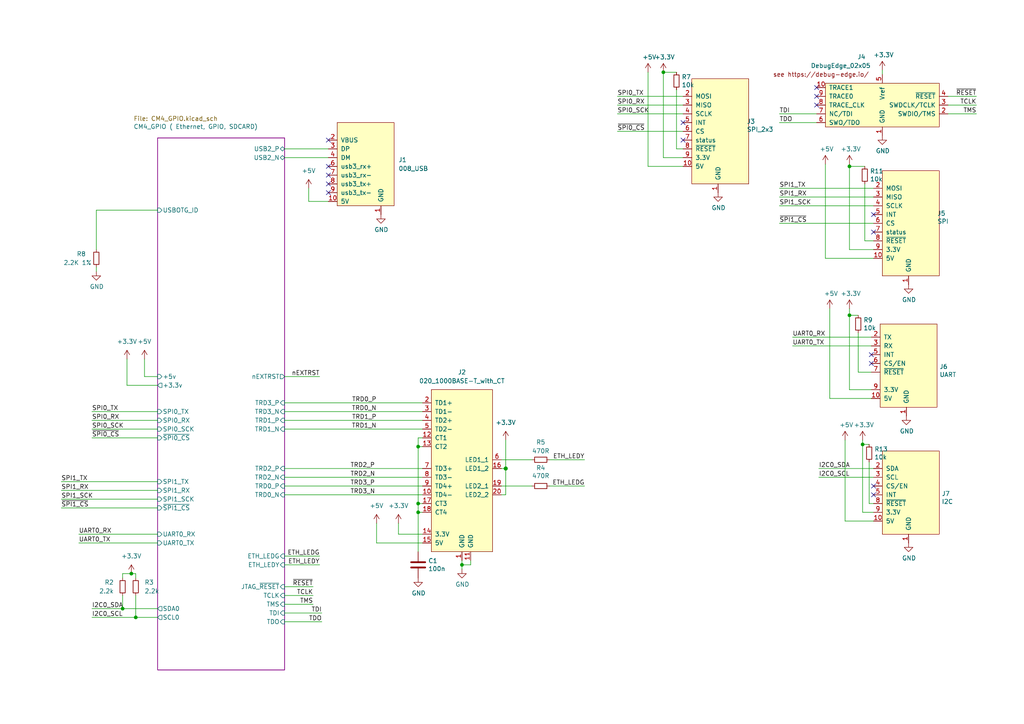
<source format=kicad_sch>
(kicad_sch (version 20230121) (generator eeschema)
  (paper "A4")
  (title_block (title "Compute Module 4 IO Board - Top Level") (rev "1") (company "© 2020-2022 Raspberry Pi Ltd (formerly Raspberry Pi (Trading) Ltd.)") (comment 1 "www.raspberrypi.com"))
  (lib_symbols
    (symbol "Device:C" (pin_numbers hide) (pin_names (offset 0.254))
      (property "Reference" "C" (at 0.635 2.54 0))
      (property "Value" "C" (at 0.635 -2.54 0))
      (symbol "C_0_1"
        (polyline (pts (xy -2.032 -0.762) (xy 2.032 -0.762)) (stroke (width 0.508)))
        (polyline (pts (xy -2.032 0.762) (xy 2.032 0.762)) (stroke (width 0.508)))
      )
      (symbol "C_1_1"
        (pin passive line (at 0 3.81 270) (length 2.794) (name "~") (number "1"))
        (pin passive line (at 0 -3.81 90) (length 2.794) (name "~") (number "2"))
      )
    )
    (symbol "Device:R_Small" (pin_numbers hide) (pin_names (offset 0.254) hide)
      (property "Reference" "R" (at 0.762 0.508 0))
      (property "Value" "R_Small" (at 0.762 -1.016 0))
      (symbol "R_Small_0_1"
        (rectangle (start -0.762 1.778) (end 0.762 -1.778) (stroke (width 0.2032)))
      )
      (symbol "R_Small_1_1"
        (pin passive line (at 0 2.54 270) (length 0.762) (name "~") (number "1"))
        (pin passive line (at 0 -2.54 90) (length 0.762) (name "~") (number "2"))
      )
    )
    (symbol "power:+3.3V" (power) (pin_names (offset 0))
      (property "Value" "+3.3V" (at 0 3.556 0))
      (symbol "+3.3V_0_1"
        (polyline (pts (xy -0.762 1.27) (xy 0 2.54)))
        (polyline (pts (xy 0 0) (xy 0 2.54)))
        (polyline (pts (xy 0 2.54) (xy 0.762 1.27)))
      )
      (symbol "+3.3V_1_1"
        (pin power_in line (at 0 0 90) (length 0) hide (name "+3.3V") (number "1"))
      )
    )
    (symbol "power:+5V" (power) (pin_names (offset 0))
      (property "Value" "+5V" (at 0 3.556 0))
      (symbol "+5V_0_1"
        (polyline (pts (xy -0.762 1.27) (xy 0 2.54)))
        (polyline (pts (xy 0 0) (xy 0 2.54)))
        (polyline (pts (xy 0 2.54) (xy 0.762 1.27)))
      )
      (symbol "+5V_1_1"
        (pin power_in line (at 0 0 90) (length 0) hide (name "+5V") (number "1"))
      )
    )
    (symbol "power:GND" (power) (pin_names (offset 0))
      (property "Value" "GND" (at 0 -3.81 0))
      (symbol "GND_0_1"
        (polyline (pts (xy 0 0) (xy 0 -1.27) (xy 1.27 -1.27) (xy 0 -2.54) (xy -1.27 -1.27) (xy 0 -1.27)))
      )
      (symbol "GND_1_1"
        (pin power_in line (at 0 0 270) (length 0) hide (name "GND") (number "1"))
      )
    )
    (symbol "put_on_edge:001_I2C" (pin_names (offset 1.016))
      (property "Reference" "J" (at -2.54 13.97 0))
      (property "Value" "001_I2C" (at 8.89 13.97 0))
      (symbol "001_I2C_0_1"
        (rectangle (start -8.89 12.7) (end 7.62 -11.43) (fill (type background)))
      )
      (symbol "001_I2C_1_1"
        (pin power_in line (at -1.27 -13.97 90) (length 2.54) (name "GND") (number "1"))
        (pin power_in line (at -11.43 -7.62 0) (length 2.54) (name "5V") (number "10"))
        (pin bidirectional line (at -11.43 7.62 0) (length 2.54) (name "SDA") (number "2"))
        (pin bidirectional line (at -11.43 5.08 0) (length 2.54) (name "SCL") (number "3"))
        (pin bidirectional line (at -11.43 2.54 0) (length 2.54) (name "CS/EN") (number "4"))
        (pin bidirectional line (at -11.43 0 0) (length 2.54) (name "INT") (number "5"))
        (pin bidirectional line (at -11.43 -2.54 0) (length 2.54) (name "~{RESET}") (number "8"))
        (pin power_in line (at -11.43 -5.08 0) (length 2.54) (name "3.3V") (number "9"))
      )
    )
    (symbol "put_on_edge:002_SPI" (pin_names (offset 1.016))
      (property "Reference" "J" (at -1.27 13.97 0))
      (property "Value" "002_SPI" (at 10.16 13.97 0))
      (symbol "002_SPI_0_1"
        (rectangle (start -7.62 12.7) (end 8.89 -17.78) (fill (type background)))
      )
      (symbol "002_SPI_1_1"
        (pin power_in line (at 0 -20.32 90) (length 2.54) (name "GND") (number "1"))
        (pin power_in line (at -10.16 -12.7 0) (length 2.54) (name "5V") (number "10"))
        (pin bidirectional line (at -10.16 7.62 0) (length 2.54) (name "MOSI") (number "2"))
        (pin bidirectional line (at -10.16 5.08 0) (length 2.54) (name "MISO") (number "3"))
        (pin bidirectional line (at -10.16 2.54 0) (length 2.54) (name "SCLK") (number "4"))
        (pin bidirectional line (at -10.16 0 0) (length 2.54) (name "INT") (number "5"))
        (pin bidirectional line (at -10.16 -2.54 0) (length 2.54) (name "CS") (number "6"))
        (pin bidirectional line (at -10.16 -5.08 0) (length 2.54) (name "status") (number "7"))
        (pin bidirectional line (at -10.16 -7.62 0) (length 2.54) (name "~{RESET}") (number "8"))
        (pin power_in line (at -10.16 -10.16 0) (length 2.54) (name "3.3V") (number "9"))
      )
    )
    (symbol "put_on_edge:008_USB" (pin_names (offset 1.016))
      (property "Reference" "J" (at -2.54 13.97 0))
      (property "Value" "008_USB" (at 8.89 13.97 0))
      (symbol "008_USB_0_1"
        (rectangle (start -8.89 12.7) (end 7.62 -11.43) (fill (type background)))
      )
      (symbol "008_USB_1_1"
        (pin power_in line (at 3.81 -13.97 90) (length 2.54) (name "GND") (number "1"))
        (pin power_in line (at -11.43 -10.16 0) (length 2.54) (name "5V") (number "10"))
        (pin power_in line (at -11.43 7.62 0) (length 2.54) (name "VBUS") (number "2"))
        (pin bidirectional line (at -11.43 5.08 0) (length 2.54) (name "DP") (number "3"))
        (pin bidirectional line (at -11.43 2.54 0) (length 2.54) (name "DM") (number "4"))
        (pin input line (at -11.43 0 0) (length 2.54) (name "usb3_rx+") (number "6"))
        (pin input line (at -11.43 -2.54 0) (length 2.54) (name "usb3_rx-") (number "7"))
        (pin input line (at -11.43 -5.08 0) (length 2.54) (name "usb3_tx+") (number "8"))
        (pin input line (at -11.43 -7.62 0) (length 2.54) (name "usb3_tx-") (number "9"))
      )
    )
    (symbol "put_on_edge:010_UART" (pin_names (offset 1.016))
      (property "Reference" "J" (at -2.54 13.97 0))
      (property "Value" "010_UART" (at 8.89 13.97 0))
      (symbol "010_UART_0_1"
        (rectangle (start -8.89 12.7) (end 7.62 -11.43) (fill (type background)))
      )
      (symbol "010_UART_1_1"
        (pin power_in line (at -1.27 -13.97 90) (length 2.54) (name "GND") (number "1"))
        (pin power_in line (at -11.43 -8.89 0) (length 2.54) (name "5V") (number "10"))
        (pin bidirectional line (at -11.43 8.89 0) (length 2.54) (name "TX") (number "2"))
        (pin bidirectional line (at -11.43 6.35 0) (length 2.54) (name "RX") (number "3"))
        (pin bidirectional line (at -11.43 3.81 0) (length 2.54) (name "INT") (number "5"))
        (pin bidirectional line (at -11.43 1.27 0) (length 2.54) (name "CS/EN") (number "6"))
        (pin bidirectional line (at -11.43 -1.27 0) (length 2.54) (name "~{RESET}") (number "7"))
        (pin power_in line (at -11.43 -6.35 0) (length 2.54) (name "3.3V") (number "9"))
      )
    )
    (symbol "put_on_edge:020_1000BASE-T_with_CT" (pin_names (offset 1.016))
      (property "Reference" "J" (at -2.54 13.97 0))
      (property "Value" "020_1000BASE-T_with_CT" (at 8.89 13.97 0))
      (symbol "020_1000BASE-T_with_CT_0_1"
        (rectangle (start -8.89 12.7) (end 8.89 -34.29) (fill (type background)))
      )
      (symbol "020_1000BASE-T_with_CT_1_1"
        (pin power_in line (at 0 -36.83 90) (length 2.54) (name "GND") (number "1"))
        (pin bidirectional line (at -11.43 -17.78 0) (length 2.54) (name "TD4-") (number "10"))
        (pin power_in line (at 2.54 -36.83 90) (length 2.54) (name "GND") (number "11"))
        (pin bidirectional line (at -11.43 -1.27 0) (length 2.54) (name "CT1") (number "12"))
        (pin bidirectional line (at -11.43 -3.81 0) (length 2.54) (name "CT2") (number "13"))
        (pin bidirectional line (at -11.43 -29.21 0) (length 2.54) (name "3.3V") (number "14"))
        (pin bidirectional line (at -11.43 -31.75 0) (length 2.54) (name "5V") (number "15"))
        (pin bidirectional line (at 11.43 -10.16 180) (length 2.54) (name "LED1_2") (number "16"))
        (pin bidirectional line (at -11.43 -20.32 0) (length 2.54) (name "CT3") (number "17"))
        (pin bidirectional line (at -11.43 -22.86 0) (length 2.54) (name "CT4") (number "18"))
        (pin bidirectional line (at 11.43 -15.24 180) (length 2.54) (name "LED2_1") (number "19"))
        (pin bidirectional line (at -11.43 8.89 0) (length 2.54) (name "TD1+") (number "2"))
        (pin bidirectional line (at 11.43 -17.78 180) (length 2.54) (name "LED2_2") (number "20"))
        (pin bidirectional line (at -11.43 6.35 0) (length 2.54) (name "TD1-") (number "3"))
        (pin bidirectional line (at -11.43 3.81 0) (length 2.54) (name "TD2+") (number "4"))
        (pin bidirectional line (at -11.43 1.27 0) (length 2.54) (name "TD2-") (number "5"))
        (pin bidirectional line (at 11.43 -7.62 180) (length 2.54) (name "LED1_1") (number "6"))
        (pin bidirectional line (at -11.43 -10.16 0) (length 2.54) (name "TD3+") (number "7"))
        (pin bidirectional line (at -11.43 -12.7 0) (length 2.54) (name "TD3-") (number "8"))
        (pin bidirectional line (at -11.43 -15.24 0) (length 2.54) (name "TD4+") (number "9"))
      )
    )
    (symbol "put_on_edge:DebugEdge_02x05" (pin_names (offset 1.016))
      (property "Reference" "J" (at -10.16 7.62 0))
      (property "Value" "DebugEdge_02x05" (at 11.43 7.62 0))
      (symbol "DebugEdge_02x05_0_0"
        (text "see https://debug-edge.io/" (at 17.78 -8.89 0) (effects (font (size 1.27 1.27))))
      )
      (symbol "DebugEdge_02x05_0_1"
        (rectangle (start -16.51 6.35) (end 16.51 -6.35) (fill (type background)))
      )
      (symbol "DebugEdge_02x05_1_1"
        (pin power_in line (at 0 8.89 270) (length 2.54) (name "GND") (number "1"))
        (pin bidirectional line (at 19.05 -5.08 180) (length 2.54) (name "TRACE1") (number "10"))
        (pin bidirectional line (at -19.05 2.54 0) (length 2.54) (name "SWDIO/TMS") (number "2"))
        (pin bidirectional line (at -19.05 0 0) (length 2.54) (name "SWDCLK/TCLK") (number "3"))
        (pin bidirectional line (at -19.05 -2.54 0) (length 2.54) (name "~{RESET}") (number "4"))
        (pin power_in line (at 0 -8.89 90) (length 2.54) (name "Vref") (number "5"))
        (pin bidirectional line (at 19.05 5.08 180) (length 2.54) (name "SWO/TDO") (number "6"))
        (pin bidirectional line (at 19.05 2.54 180) (length 2.54) (name "NC/TDI") (number "7"))
        (pin bidirectional line (at 19.05 0 180) (length 2.54) (name "TRACE_CLK") (number "8"))
        (pin bidirectional line (at 19.05 -2.54 180) (length 2.54) (name "TRACE0") (number "9"))
      )
    )
  )
  (junction (at 250.19 128.905))
  (junction (at 121.285 129.54))
  (junction (at 133.985 163.83))
  (junction (at 121.285 146.05))
  (junction (at 35.56 176.53))
  (junction (at 146.685 135.89) (diameter 1.016))
  (junction (at 246.38 91.44))
  (junction (at 39.37 179.07))
  (junction (at 121.285 148.59))
  (junction (at 38.1 166.37))
  (junction (at 192.405 20.955))
  (junction (at 246.38 48.26))
  (no_connect (at 253.365 140.97))
  (no_connect (at 95.25 55.88))
  (no_connect (at 198.12 35.56))
  (no_connect (at 252.73 102.87))
  (no_connect (at 95.25 50.8))
  (no_connect (at 236.855 30.48))
  (no_connect (at 253.365 62.23))
  (no_connect (at 95.25 53.34))
  (no_connect (at 95.25 40.64))
  (no_connect (at 253.365 67.31))
  (no_connect (at 198.12 40.64))
  (no_connect (at 253.365 143.51))
  (no_connect (at 236.855 27.94))
  (no_connect (at 236.855 25.4))
  (no_connect (at 252.73 105.41))
  (no_connect (at 95.25 48.26))
  (wire (pts (xy 136.525 163.83) (xy 133.985 163.83)))
  (wire (pts (xy 240.665 89.535) (xy 240.665 115.57)))
  (wire (pts (xy 237.49 138.43) (xy 253.365 138.43)))
  (wire (pts (xy 252.095 133.985) (xy 252.095 146.05)))
  (wire (pts (xy 145.415 143.51) (xy 146.685 143.51)))
  (wire (pts (xy 35.56 167.64) (xy 35.56 166.37)))
  (wire (pts (xy 109.22 151.765) (xy 109.22 157.48)))
  (wire (pts (xy 226.06 33.02) (xy 236.855 33.02)))
  (wire (pts (xy 89.535 58.42) (xy 95.25 58.42)))
  (wire (pts (xy 82.55 163.83) (xy 92.71 163.83)))
  (wire (pts (xy 179.07 38.1) (xy 198.12 38.1)))
  (wire (pts (xy 115.57 151.765) (xy 115.57 154.94)))
  (wire (pts (xy 136.525 162.56) (xy 136.525 163.83)))
  (wire (pts (xy 26.67 127) (xy 45.72 127)))
  (wire (pts (xy 82.55 172.72) (xy 90.805 172.72)))
  (wire (pts (xy 35.56 176.53) (xy 45.72 176.53)))
  (wire (pts (xy 239.395 74.93) (xy 253.365 74.93)))
  (wire (pts (xy 93.345 177.8) (xy 82.55 177.8)))
  (wire (pts (xy 39.37 179.07) (xy 45.72 179.07)))
  (wire (pts (xy 89.535 54.61) (xy 89.535 58.42)))
  (wire (pts (xy 196.215 43.18) (xy 196.215 26.035)))
  (wire (pts (xy 240.665 115.57) (xy 252.73 115.57)))
  (wire (pts (xy 248.92 107.95) (xy 252.73 107.95)))
  (wire (pts (xy 179.07 27.94) (xy 198.12 27.94)))
  (wire (pts (xy 250.19 128.905) (xy 250.19 148.59)))
  (wire (pts (xy 121.285 146.05) (xy 122.555 146.05)))
  (wire (pts (xy 39.37 166.37) (xy 38.1 166.37)))
  (wire (pts (xy 121.285 129.54) (xy 121.285 146.05)))
  (wire (pts (xy 229.87 100.33) (xy 252.73 100.33)))
  (wire (pts (xy 121.285 129.54) (xy 121.285 127)))
  (wire (pts (xy 22.86 154.94) (xy 45.72 154.94)))
  (wire (pts (xy 159.385 140.97) (xy 169.545 140.97)))
  (wire (pts (xy 246.38 113.03) (xy 252.73 113.03)))
  (wire (pts (xy 90.805 170.18) (xy 82.55 170.18)))
  (wire (pts (xy 82.55 116.84) (xy 122.555 116.84)))
  (wire (pts (xy 226.06 54.61) (xy 253.365 54.61)))
  (wire (pts (xy 226.06 57.15) (xy 253.365 57.15)))
  (wire (pts (xy 226.06 64.77) (xy 253.365 64.77)))
  (wire (pts (xy 250.825 69.85) (xy 253.365 69.85)))
  (wire (pts (xy 36.83 104.14) (xy 36.83 111.76)))
  (wire (pts (xy 122.555 129.54) (xy 121.285 129.54)))
  (wire (pts (xy 82.55 161.29) (xy 92.71 161.29)))
  (wire (pts (xy 274.955 30.48) (xy 283.21 30.48)))
  (wire (pts (xy 250.825 53.34) (xy 250.825 69.85)))
  (wire (pts (xy 35.56 166.37) (xy 38.1 166.37)))
  (wire (pts (xy 255.905 20.32) (xy 255.905 21.59)))
  (wire (pts (xy 179.07 30.48) (xy 198.12 30.48)))
  (wire (pts (xy 27.94 60.96) (xy 45.72 60.96)))
  (wire (pts (xy 239.395 47.625) (xy 239.395 74.93)))
  (wire (pts (xy 121.285 160.02) (xy 121.285 148.59)))
  (wire (pts (xy 121.285 148.59) (xy 122.555 148.59)))
  (wire (pts (xy 248.92 96.52) (xy 248.92 107.95)))
  (wire (pts (xy 146.685 127.635) (xy 146.685 135.89)))
  (wire (pts (xy 93.345 180.34) (xy 82.55 180.34)))
  (wire (pts (xy 246.38 72.39) (xy 253.365 72.39)))
  (wire (pts (xy 274.955 33.02) (xy 283.21 33.02)))
  (wire (pts (xy 245.11 127.635) (xy 245.11 151.13)))
  (wire (pts (xy 82.55 138.43) (xy 122.555 138.43)))
  (wire (pts (xy 187.96 20.955) (xy 187.96 48.26)))
  (wire (pts (xy 250.19 148.59) (xy 253.365 148.59)))
  (wire (pts (xy 82.55 45.72) (xy 95.25 45.72)))
  (wire (pts (xy 159.385 133.35) (xy 169.545 133.35)))
  (wire (pts (xy 246.38 48.26) (xy 246.38 72.39)))
  (wire (pts (xy 245.11 151.13) (xy 253.365 151.13)))
  (wire (pts (xy 26.67 119.38) (xy 45.72 119.38)))
  (wire (pts (xy 26.67 121.92) (xy 45.72 121.92)))
  (wire (pts (xy 145.415 133.35) (xy 154.305 133.35)))
  (wire (pts (xy 82.55 135.89) (xy 122.555 135.89)))
  (wire (pts (xy 82.55 140.97) (xy 122.555 140.97)))
  (wire (pts (xy 27.94 77.47) (xy 27.94 78.74)))
  (wire (pts (xy 26.67 124.46) (xy 45.72 124.46)))
  (wire (pts (xy 82.55 124.46) (xy 122.555 124.46)))
  (wire (pts (xy 82.55 175.26) (xy 90.805 175.26)))
  (wire (pts (xy 179.07 33.02) (xy 198.12 33.02)))
  (wire (pts (xy 39.37 172.72) (xy 39.37 179.07)))
  (wire (pts (xy 41.91 109.22) (xy 45.72 109.22)))
  (wire (pts (xy 198.12 43.18) (xy 196.215 43.18)))
  (wire (pts (xy 133.985 163.83) (xy 133.985 165.1)))
  (wire (pts (xy 248.92 91.44) (xy 246.38 91.44)))
  (wire (pts (xy 252.095 146.05) (xy 253.365 146.05)))
  (wire (pts (xy 192.405 20.955) (xy 196.215 20.955)))
  (wire (pts (xy 192.405 20.955) (xy 192.405 45.72)))
  (wire (pts (xy 145.415 140.97) (xy 154.305 140.97)))
  (wire (pts (xy 192.405 45.72) (xy 198.12 45.72)))
  (wire (pts (xy 27.94 60.96) (xy 27.94 72.39)))
  (wire (pts (xy 36.83 111.76) (xy 45.72 111.76)))
  (wire (pts (xy 39.37 167.64) (xy 39.37 166.37)))
  (wire (pts (xy 17.78 144.78) (xy 45.72 144.78)))
  (wire (pts (xy 22.86 157.48) (xy 45.72 157.48)))
  (wire (pts (xy 246.38 48.26) (xy 246.38 47.625)))
  (wire (pts (xy 229.87 97.79) (xy 252.73 97.79)))
  (wire (pts (xy 283.21 27.94) (xy 274.955 27.94)))
  (wire (pts (xy 226.06 35.56) (xy 236.855 35.56)))
  (wire (pts (xy 246.38 91.44) (xy 246.38 113.03)))
  (wire (pts (xy 17.78 139.7) (xy 45.72 139.7)))
  (wire (pts (xy 146.685 135.89) (xy 145.415 135.89)))
  (wire (pts (xy 17.78 142.24) (xy 45.72 142.24)))
  (wire (pts (xy 26.67 176.53) (xy 35.56 176.53)))
  (wire (pts (xy 109.22 157.48) (xy 122.555 157.48)))
  (wire (pts (xy 82.55 119.38) (xy 122.555 119.38)))
  (wire (pts (xy 250.825 48.26) (xy 246.38 48.26)))
  (wire (pts (xy 122.555 127) (xy 121.285 127)))
  (wire (pts (xy 82.55 43.18) (xy 95.25 43.18)))
  (wire (pts (xy 252.095 128.905) (xy 250.19 128.905)))
  (wire (pts (xy 237.49 135.89) (xy 253.365 135.89)))
  (wire (pts (xy 121.285 146.05) (xy 121.285 148.59)))
  (wire (pts (xy 115.57 154.94) (xy 122.555 154.94)))
  (wire (pts (xy 35.56 172.72) (xy 35.56 176.53)))
  (wire (pts (xy 17.78 147.32) (xy 45.72 147.32)))
  (wire (pts (xy 250.19 127.635) (xy 250.19 128.905)))
  (wire (pts (xy 41.91 104.14) (xy 41.91 109.22)))
  (wire (pts (xy 133.985 162.56) (xy 133.985 163.83)))
  (wire (pts (xy 226.06 59.69) (xy 253.365 59.69)))
  (wire (pts (xy 82.55 143.51) (xy 122.555 143.51)))
  (wire (pts (xy 82.55 109.22) (xy 92.71 109.22)))
  (wire (pts (xy 26.67 179.07) (xy 39.37 179.07)))
  (wire (pts (xy 146.685 143.51) (xy 146.685 135.89)))
  (wire (pts (xy 82.55 121.92) (xy 122.555 121.92)))
  (wire (pts (xy 187.96 48.26) (xy 198.12 48.26)))
  (wire (pts (xy 246.38 89.535) (xy 246.38 91.44)))
  (label "TCLK" (at 283.21 30.48 180))
  (label "SPI0_TX" (at 179.07 27.94 0))
  (label "TRD0_N" (at 109.22 119.38 180))
  (label "I2C0_SDA" (at 237.49 135.89 0))
  (label "TDO" (at 226.06 35.56 0))
  (label "SPI1_SCK" (at 17.78 144.78 0))
  (label "UART0_RX" (at 22.86 154.94 0))
  (label "UART0_TX" (at 22.86 157.48 0))
  (label "~{RESET}" (at 283.21 27.94 180))
  (label "ETH_LEDG" (at 92.71 161.29 180))
  (label "TDO" (at 93.345 180.34 180))
  (label "~{SPI0_CS}" (at 26.67 127 0))
  (label "TRD1_P" (at 109.22 121.92 180))
  (label "TMS" (at 283.21 33.02 180))
  (label "TRD2_N" (at 101.6 138.43 0))
  (label "SPI1_TX" (at 226.06 54.61 0))
  (label "TRD2_P" (at 101.6 135.89 0))
  (label "I2C0_SCL" (at 26.67 179.07 0))
  (label "SPI0_SCK" (at 179.07 33.02 0))
  (label "~{SPI0_CS}" (at 179.07 38.1 0))
  (label "~{SPI1_CS}" (at 226.06 64.77 0))
  (label "SPI0_SCK" (at 26.67 124.46 0))
  (label "SPI1_RX" (at 17.78 142.24 0))
  (label "ETH_LEDY" (at 169.545 133.35 180))
  (label "~{SPI1_CS}" (at 17.78 147.32 0))
  (label "SPI1_TX" (at 17.78 139.7 0))
  (label "SPI1_RX" (at 226.06 57.15 0))
  (label "TRD3_N" (at 101.6 143.51 0))
  (label "TRD0_P" (at 109.22 116.84 180))
  (label "TMS" (at 90.805 175.26 180))
  (label "TCLK" (at 90.805 172.72 180))
  (label "TDI" (at 226.06 33.02 0))
  (label "I2C0_SDA" (at 26.67 176.53 0))
  (label "~{RESET}" (at 90.805 170.18 180))
  (label "SPI0_TX" (at 26.67 119.38 0))
  (label "SPI0_RX" (at 26.67 121.92 0))
  (label "ETH_LEDY" (at 92.71 163.83 180))
  (label "UART0_TX" (at 229.87 100.33 0))
  (label "TRD3_P" (at 101.6 140.97 0))
  (label "ETH_LEDG" (at 169.545 140.97 180))
  (label "SPI0_RX" (at 179.07 30.48 0))
  (label "I2C0_SCL" (at 237.49 138.43 0))
  (label "SPI1_SCK" (at 226.06 59.69 0))
  (label "TDI" (at 93.345 177.8 180))
  (label "nEXTRST" (at 92.71 109.22 180))
  (label "TRD1_N" (at 109.22 124.46 180))
  (label "UART0_RX" (at 229.87 97.79 0))
  (symbol (lib_id "Device:R_Small") (at 27.94 74.93 0) (unit 1)
    (property "Reference" "R8" (at 22.225 73.66 0) (effects (justify left)))
    (property "Value" "2.2K 1%" (at 18.415 76.2 0) (effects (justify left)))
    (property "Footprint" "Resistor_SMD:R_0402_1005Metric" (effects hide))
    (property "Field4" "Farnell" (effects hide))
    (property "Field5" "9239278" (effects hide))
    (property "Field7" "KOA EUROPE GMBH" (effects hide))
    (property "Field6" "RK73G1ETQTP2201D         " (effects hide))
    (property "Part Description" "Resistor 2.2K M1005 1% 63mW" (effects hide))
    (property "Field8" "120889581" (effects hide))
  )
  (symbol (lib_id "power:+3.3V") (at 146.685 127.635 0) (unit 1)
    (property "Reference" "#PWR0133" (effects hide))
    (property "Value" "+3.3V" (at 146.685 122.555 0))
  )
  (symbol (lib_id "power:+5V") (at 245.11 127.635 0) (unit 1)
    (property "Reference" "#PWR0107" (effects hide))
    (property "Value" "+5V" (at 245.491 123.2408 0))
  )
  (symbol (lib_id "power:+3.3V") (at 246.38 47.625 0) (unit 1)
    (property "Reference" "#PWR0117" (effects hide))
    (property "Value" "+3.3V" (at 246.761 43.2308 0))
  )
  (symbol (lib_id "Device:R_Small") (at 250.825 50.8 0) (unit 1)
    (property "Reference" "R11" (at 252.3236 49.6316 0) (effects (justify left)))
    (property "Value" "10k" (at 252.3236 51.943 0) (effects (justify left)))
    (property "Footprint" "Resistor_SMD:R_0603_1608Metric" (effects hide))
  )
  (symbol (lib_id "power:+3.3V") (at 38.1 166.37 0) (unit 1)
    (property "Reference" "#PWR0127" (effects hide))
    (property "Value" "+3.3V" (at 38.1 161.29 0))
  )
  (symbol (lib_id "power:GND") (at 133.985 165.1 0) (unit 1)
    (property "Reference" "#PWR0129" (effects hide))
    (property "Value" "GND" (at 134.112 169.4942 0))
  )
  (symbol (lib_id "put_on_edge:002_SPI") (at 263.525 62.23 0) (unit 1)
    (property "Reference" "J5" (at 271.8562 61.8998 0) (effects (justify left)))
    (property "Value" "SPI" (at 271.8562 64.2112 0) (effects (justify left)))
    (property "Footprint" "on_edge:on_edge_2x05_host" (effects hide))
  )
  (symbol (lib_id "put_on_edge:020_1000BASE-T_with_CT") (at 133.985 125.73 0) (unit 1)
    (property "Reference" "J2" (at 133.985 107.95 0))
    (property "Value" "020_1000BASE-T_with_CT" (at 133.985 110.49 0))
    (property "Footprint" "on_edge:on_edge_2x10_host" (effects hide))
  )
  (symbol (lib_id "power:+5V") (at 187.96 20.955 0) (unit 1)
    (property "Reference" "#PWR0118" (effects hide))
    (property "Value" "+5V" (at 188.341 16.5608 0))
  )
  (symbol (lib_id "power:GND") (at 27.94 78.74 0) (unit 1)
    (property "Reference" "#PWR0102" (effects hide))
    (property "Value" "GND" (at 28.067 83.1342 0))
  )
  (symbol (lib_id "power:+3.3V") (at 36.83 104.14 0) (unit 1)
    (property "Reference" "#PWR0126" (effects hide))
    (property "Value" "+3.3V" (at 36.83 99.06 0))
  )
  (symbol (lib_id "power:+3.3V") (at 255.905 20.32 0) (unit 1)
    (property "Reference" "#PWR0114" (effects hide))
    (property "Value" "+3.3V" (at 256.286 15.9258 0))
  )
  (symbol (lib_id "power:+5V") (at 89.535 54.61 0) (unit 1)
    (property "Reference" "#PWR03" (effects hide))
    (property "Value" "+5V" (at 89.535 49.53 0))
  )
  (symbol (lib_id "put_on_edge:001_I2C") (at 264.795 143.51 0) (unit 1)
    (property "Reference" "J7" (at 273.1262 143.1798 0) (effects (justify left)))
    (property "Value" "I2C" (at 273.1262 145.4912 0) (effects (justify left)))
    (property "Footprint" "on_edge:on_edge_2x05_host" (effects hide))
  )
  (symbol (lib_id "Device:R_Small") (at 156.845 133.35 90) (unit 1)
    (property "Reference" "R5" (at 156.845 128.27 90))
    (property "Value" "470R" (at 156.845 130.81 90))
    (property "Footprint" "Resistor_SMD:R_0402_1005Metric" (effects hide))
    (property "Field4" "Farnell" (effects hide))
    (property "Field5" "9239197" (effects hide))
    (property "Field7" "KOA EUROPE GMBH" (effects hide))
    (property "Field6" "RK73G1ETQTP4700D         " (effects hide))
    (property "Field8" "120887981" (effects hide))
    (property "Part Description" "Resistor 470R M1005 1% 63mW" (effects hide))
  )
  (symbol (lib_id "put_on_edge:DebugEdge_02x05") (at 255.905 30.48 180) (unit 1)
    (property "Reference" "J4" (at 249.8598 16.4846 0))
    (property "Value" "DebugEdge_02x05" (at 243.84 19.05 0))
    (property "Footprint" "on_edge:debug_edge_2x05_host" (effects hide))
  )
  (symbol (lib_id "Device:C") (at 121.285 163.83 0) (unit 1)
    (property "Reference" "C1" (at 124.206 162.6616 0) (effects (justify left)))
    (property "Value" "100n" (at 124.206 164.973 0) (effects (justify left)))
    (property "Footprint" "Capacitor_SMD:C_0402_1005Metric" (effects hide))
    (property "Field4" "Farnell" (effects hide))
    (property "Field5" "2611911" (effects hide))
    (property "Field6" "RM EMK105 B7104KV-F" (effects hide))
    (property "Field7" "TAIYO YUDEN EUROPE GMBH" (effects hide))
    (property "Part Description" "	0.1uF 10% 16V Ceramic Capacitor X7R 0402 (1005 Metric)" (effects hide))
    (property "Field8" "110091611" (effects hide))
  )
  (symbol (lib_id "power:GND") (at 208.28 55.88 0) (unit 1)
    (property "Reference" "#PWR0120" (effects hide))
    (property "Value" "GND" (at 208.407 60.2742 0))
  )
  (symbol (lib_id "power:GND") (at 121.285 167.64 0) (unit 1)
    (property "Reference" "#PWR0132" (effects hide))
    (property "Value" "GND" (at 121.412 172.0342 0))
  )
  (symbol (lib_id "power:GND") (at 110.49 62.23 0) (unit 1)
    (property "Reference" "#PWR0123" (effects hide))
    (property "Value" "GND" (at 110.617 66.6242 0))
  )
  (symbol (lib_id "put_on_edge:008_USB") (at 106.68 48.26 0) (unit 1)
    (property "Reference" "J1" (at 115.57 46.3549 0) (effects (justify left)))
    (property "Value" "008_USB" (at 115.57 48.8949 0) (effects (justify left)))
    (property "Footprint" "on_edge:on_edge_2x05_host" (effects hide))
  )
  (symbol (lib_id "power:+5V") (at 240.665 89.535 0) (unit 1)
    (property "Reference" "#PWR0109" (effects hide))
    (property "Value" "+5V" (at 241.046 85.1408 0))
  )
  (symbol (lib_id "Device:R_Small") (at 248.92 93.98 0) (unit 1)
    (property "Reference" "R9" (at 250.4186 92.8116 0) (effects (justify left)))
    (property "Value" "10k" (at 250.4186 95.123 0) (effects (justify left)))
    (property "Footprint" "Resistor_SMD:R_0603_1608Metric" (effects hide))
  )
  (symbol (lib_id "Device:R_Small") (at 39.37 170.18 0) (unit 1)
    (property "Reference" "R3" (at 41.91 168.9099 0) (effects (justify left)))
    (property "Value" "2.2k" (at 41.91 171.4499 0) (effects (justify left)))
    (property "Footprint" "Resistor_SMD:R_0603_1608Metric" (effects hide))
  )
  (symbol (lib_id "power:GND") (at 263.525 157.48 0) (unit 1)
    (property "Reference" "#PWR0101" (effects hide))
    (property "Value" "GND" (at 263.652 161.8742 0))
  )
  (symbol (lib_id "power:+3.3V") (at 246.38 89.535 0) (unit 1)
    (property "Reference" "#PWR0112" (effects hide))
    (property "Value" "+3.3V" (at 246.761 85.1408 0))
  )
  (symbol (lib_id "power:GND") (at 263.525 82.55 0) (unit 1)
    (property "Reference" "#PWR0113" (effects hide))
    (property "Value" "GND" (at 263.652 86.9442 0))
  )
  (symbol (lib_id "power:GND") (at 255.905 39.37 0) (unit 1)
    (property "Reference" "#PWR0115" (effects hide))
    (property "Value" "GND" (at 256.032 43.7642 0))
  )
  (symbol (lib_id "power:+5V") (at 41.91 104.14 0) (unit 1)
    (property "Reference" "#PWR0125" (effects hide))
    (property "Value" "+5V" (at 41.91 99.06 0))
  )
  (symbol (lib_id "Device:R_Small") (at 196.215 23.495 0) (unit 1)
    (property "Reference" "R7" (at 197.7136 22.3266 0) (effects (justify left)))
    (property "Value" "10k" (at 197.7136 24.638 0) (effects (justify left)))
    (property "Footprint" "Resistor_SMD:R_0603_1608Metric" (effects hide))
  )
  (symbol (lib_id "power:+3.3V") (at 115.57 151.765 0) (unit 1)
    (property "Reference" "#PWR01" (effects hide))
    (property "Value" "+3.3V" (at 115.57 146.685 0))
  )
  (symbol (lib_id "power:+5V") (at 109.22 151.765 0) (unit 1)
    (property "Reference" "#PWR02" (effects hide))
    (property "Value" "+5V" (at 109.22 146.685 0))
  )
  (symbol (lib_id "put_on_edge:010_UART") (at 264.16 106.68 0) (unit 1)
    (property "Reference" "J6" (at 272.4912 106.3498 0) (effects (justify left)))
    (property "Value" "UART" (at 272.4912 108.6612 0) (effects (justify left)))
    (property "Footprint" "on_edge:on_edge_2x05_host" (effects hide))
  )
  (symbol (lib_id "power:+3.3V") (at 250.19 127.635 0) (unit 1)
    (property "Reference" "#PWR0103" (effects hide))
    (property "Value" "+3.3V" (at 250.571 123.2408 0))
  )
  (symbol (lib_id "put_on_edge:002_SPI") (at 208.28 35.56 0) (unit 1)
    (property "Reference" "J3" (at 216.6112 35.2298 0) (effects (justify left)))
    (property "Value" "SPI_2x3" (at 216.6112 37.5412 0) (effects (justify left)))
    (property "Footprint" "on_edge:on_edge_2x05_up_host" (effects hide))
  )
  (symbol (lib_id "Device:R_Small") (at 252.095 131.445 0) (unit 1)
    (property "Reference" "R13" (at 253.5936 130.2766 0) (effects (justify left)))
    (property "Value" "10k" (at 253.5936 132.588 0) (effects (justify left)))
    (property "Footprint" "Resistor_SMD:R_0603_1608Metric" (effects hide))
  )
  (symbol (lib_id "power:GND") (at 262.89 120.65 0) (unit 1)
    (property "Reference" "#PWR0108" (effects hide))
    (property "Value" "GND" (at 263.017 125.0442 0))
  )
  (symbol (lib_id "Device:R_Small") (at 35.56 170.18 0) (mirror x) (unit 1)
    (property "Reference" "R2" (at 33.02 168.9099 0) (effects (justify right)))
    (property "Value" "2.2k" (at 33.02 171.4499 0) (effects (justify right)))
    (property "Footprint" "Resistor_SMD:R_0603_1608Metric" (effects hide))
  )
  (symbol (lib_id "Device:R_Small") (at 156.845 140.97 90) (mirror x) (unit 1)
    (property "Reference" "R4" (at 156.845 135.7122 90))
    (property "Value" "470R" (at 156.845 138.0236 90))
    (property "Footprint" "Resistor_SMD:R_0402_1005Metric" (effects hide))
    (property "Field4" "Farnell" (effects hide))
    (property "Field5" "9239197" (effects hide))
    (property "Field7" "KOA EUROPE GMBH" (effects hide))
    (property "Field6" "RK73G1ETQTP4700D         " (effects hide))
    (property "Field8" "120887981" (effects hide))
    (property "Part Description" "Resistor 470R M1005 1% 63mW" (effects hide))
  )
  (symbol (lib_id "power:+3.3V") (at 192.405 20.955 0) (unit 1)
    (property "Reference" "#PWR0119" (effects hide))
    (property "Value" "+3.3V" (at 192.786 16.5608 0))
  )
  (symbol (lib_id "power:+5V") (at 239.395 47.625 0) (unit 1)
    (property "Reference" "#PWR0116" (effects hide))
    (property "Value" "+5V" (at 239.776 43.2308 0))
  )
  (sheet (at 45.72 40.005) (size 36.83 154.305) (stroke (width 0.1524) (color 132 0 132 1)) (fill (color 255 255 255 0.0000))
    (property "Sheetname" "CM4_GPIO ( Ethernet, GPIO, SDCARD)" (at 38.735 37.465 0) (effects (justify left bottom)))
    (property "Sheetfile" "CM4_GPIO.kicad_sch" (at 38.735 33.655 0) (effects (justify left top)))
    (pin "+5v" input (at 45.72 109.22 180))
    (pin "+3.3v" output (at 45.72 111.76 180))
    (pin "nEXTRST" output (at 82.55 109.22 0))
    (pin "SCL0" output (at 45.72 179.07 180))
    (pin "SDA0" output (at 45.72 176.53 180))
    (pin "UART0_RX" input (at 45.72 154.94 180))
    (pin "UART0_TX" input (at 45.72 157.48 180))
    (pin "SPI1_RX" input (at 45.72 142.24 180))
    (pin "~{SPI1_CS}" input (at 45.72 147.32 180))
    (pin "SPI1_SCK" input (at 45.72 144.78 180))
    (pin "SPI1_TX" input (at 45.72 139.7 180))
    (pin "TDO" input (at 82.55 180.34 0))
    (pin "JTAG_~{RESET}" input (at 82.55 170.18 0))
    (pin "TCLK" input (at 82.55 172.72 0))
    (pin "TMS" input (at 82.55 175.26 0))
    (pin "TDI" input (at 82.55 177.8 0))
    (pin "SPI0_RX" input (at 45.72 121.92 180))
    (pin "SPI0_SCK" input (at 45.72 124.46 180))
    (pin "SPI0_TX" input (at 45.72 119.38 180))
    (pin "~{SPI0_CS}" input (at 45.72 127 180))
    (pin "TRD0_N" input (at 82.55 143.51 0))
    (pin "TRD1_P" input (at 82.55 121.92 0))
    (pin "TRD1_N" input (at 82.55 124.46 0))
    (pin "TRD0_P" input (at 82.55 140.97 0))
    (pin "ETH_LEDG" input (at 82.55 161.29 0))
    (pin "TRD3_P" input (at 82.55 116.84 0))
    (pin "TRD3_N" input (at 82.55 119.38 0))
    (pin "TRD2_N" input (at 82.55 138.43 0))
    (pin "TRD2_P" input (at 82.55 135.89 0))
    (pin "ETH_LEDY" input (at 82.55 163.83 0))
    (pin "USB2_P" bidirectional (at 82.55 43.18 0))
    (pin "USB2_N" bidirectional (at 82.55 45.72 0))
    (pin "USBOTG_ID" input (at 45.72 60.96 180))
  )
)
</source>
